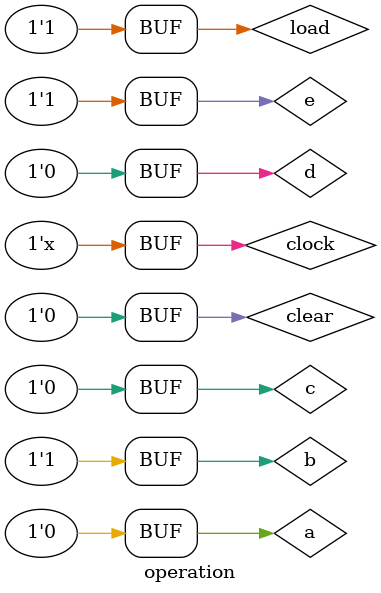
<source format=v>
`timescale 1ns / 1ps


module operation();
    reg a, b, c, d, e, clock, load, clear;
    wire f;
    solver Solve(a, b, c, d, e, f, clock, load, clear);
    always 
        #10 clock =! clock;
        initial begin
            clear = 1; 
            clock = 0; 
            load = 1;
        
        #20 clear = 0;
            a = 0;
            b = 1;
            c = 0;
            d = 0;
            e = 1;
         
         #20 a = 1;
            b = 1;
            c = 1;
            d = 0;
            e = 0;
            
         #20 clear = 0;
            a = 0;
            b = 1;
            c = 0;
            d = 0;
            e = 1;
               
        end

endmodule

</source>
